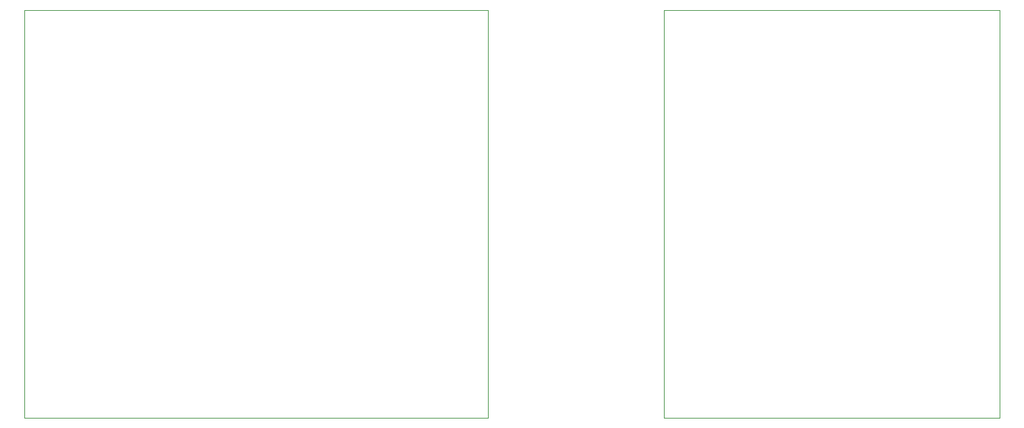
<source format=gbr>
G04 #@! TF.GenerationSoftware,KiCad,Pcbnew,(5.1.6)-1*
G04 #@! TF.CreationDate,2020-08-17T10:20:03+09:00*
G04 #@! TF.ProjectId,spot,73706f74-2e6b-4696-9361-645f70636258,rev?*
G04 #@! TF.SameCoordinates,PX1312d00PYb532b80*
G04 #@! TF.FileFunction,Profile,NP*
%FSLAX46Y46*%
G04 Gerber Fmt 4.6, Leading zero omitted, Abs format (unit mm)*
G04 Created by KiCad (PCBNEW (5.1.6)-1) date 2020-08-17 10:20:03*
%MOMM*%
%LPD*%
G01*
G04 APERTURE LIST*
G04 #@! TA.AperFunction,Profile*
%ADD10C,0.050000*%
G04 #@! TD*
G04 APERTURE END LIST*
D10*
X122000000Y51000000D02*
X122000000Y0D01*
X122000000Y51000000D02*
X80000000Y51000000D01*
X80000000Y0D02*
X80000000Y51000000D01*
X80000000Y0D02*
X122000000Y0D01*
X58000000Y51000000D02*
X58000000Y0D01*
X0Y51000000D02*
X58000000Y51000000D01*
X0Y0D02*
X0Y51000000D01*
X0Y0D02*
X58000000Y0D01*
M02*

</source>
